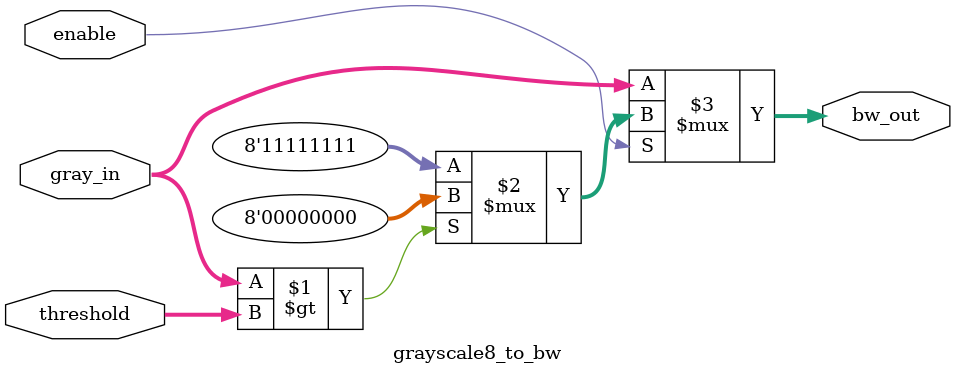
<source format=v>
`timescale 1ns / 1ps


module grayscale8_to_bw(
    input enable,
    input [7:0] gray_in,
    input [7:0] threshold,
    output [7:0] bw_out
    );
    
    // Follow python implmentation of convert_to_bw()
    assign bw_out = (enable) ? ((gray_in > threshold) ? 8'd0 : 8'd255) : gray_in;
    
endmodule

</source>
